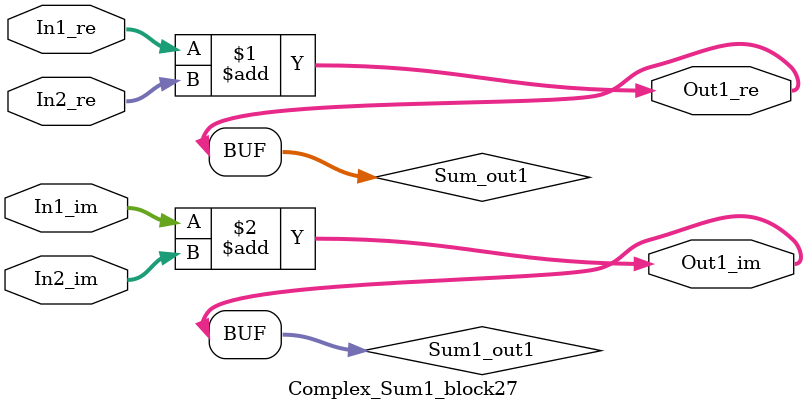
<source format=v>



`timescale 1 ns / 1 ns

module Complex_Sum1_block27
          (In1_re,
           In1_im,
           In2_re,
           In2_im,
           Out1_re,
           Out1_im);


  input   signed [36:0] In1_re;  // sfix37_En22
  input   signed [36:0] In1_im;  // sfix37_En22
  input   signed [36:0] In2_re;  // sfix37_En22
  input   signed [36:0] In2_im;  // sfix37_En22
  output  signed [36:0] Out1_re;  // sfix37_En22
  output  signed [36:0] Out1_im;  // sfix37_En22


  wire signed [36:0] Sum_out1;  // sfix37_En22
  wire signed [36:0] Sum1_out1;  // sfix37_En22


  assign Sum_out1 = In1_re + In2_re;



  assign Out1_re = Sum_out1;

  assign Sum1_out1 = In1_im + In2_im;



  assign Out1_im = Sum1_out1;

endmodule  // Complex_Sum1_block27


</source>
